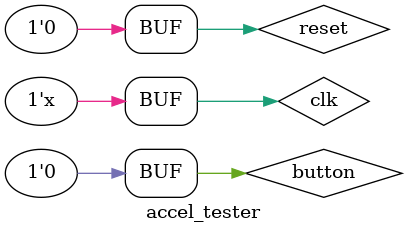
<source format=v>
`timescale 1ns / 1ps


module accel_tester;

	// Inputs
	reg clk;
	reg reset;
	reg SDI;
	reg button;

	// Outputs
	wire CS;
	wire SDO;
	wire SCLK_out;
	wire [7:0] led;
	wire [3:0] led_state;
	wire [7:0] lights;

	// Instantiate the Unit Under Test (UUT)
	aceel_control uut (
		.clk(clk), 
		.reset(reset), 
		.SDI(SDI), 
		.CS(CS), 
		.SDO(SDO), 
		.SCLK_out(SCLK_out), 
		.led(led), 
		.led_state(led_state), 
		.lights(lights), 
		.button(button)
	);
	
	reg [4:0]counter;

	always #5 clk = ~clk;
	
	always @ (negedge SCLK_out) begin
		case(counter)
			5'b01010: SDI <= 1'b0;
			5'b01011: SDI <= 1'b1;
			5'b01100: SDI <= 1'b1;
			5'b01101: SDI <= 1'b0;
			5'b01110: SDI <= 1'b0;
			5'b01111: SDI <= 1'b0;
			5'b10000: SDI <= 1'b1;
			5'b10001: SDI <= 1'b1;
			default: SDI <= 1'b0;
		endcase
		counter <= counter + 5'b00001;
		if(counter == 17)
			counter <= 5'b00000;
	end

	initial begin
		// Initialize Inputs
		clk = 0;
		reset = 0;
		SDI = 0;
		button = 0;

		// Wait 100 ns for global reset to finish
		#1000;
		
		reset = 1;
		
		#1000;
		
		reset = 0;
		
		#3000;
        
		// Add stimulus here

	end
      
endmodule


</source>
